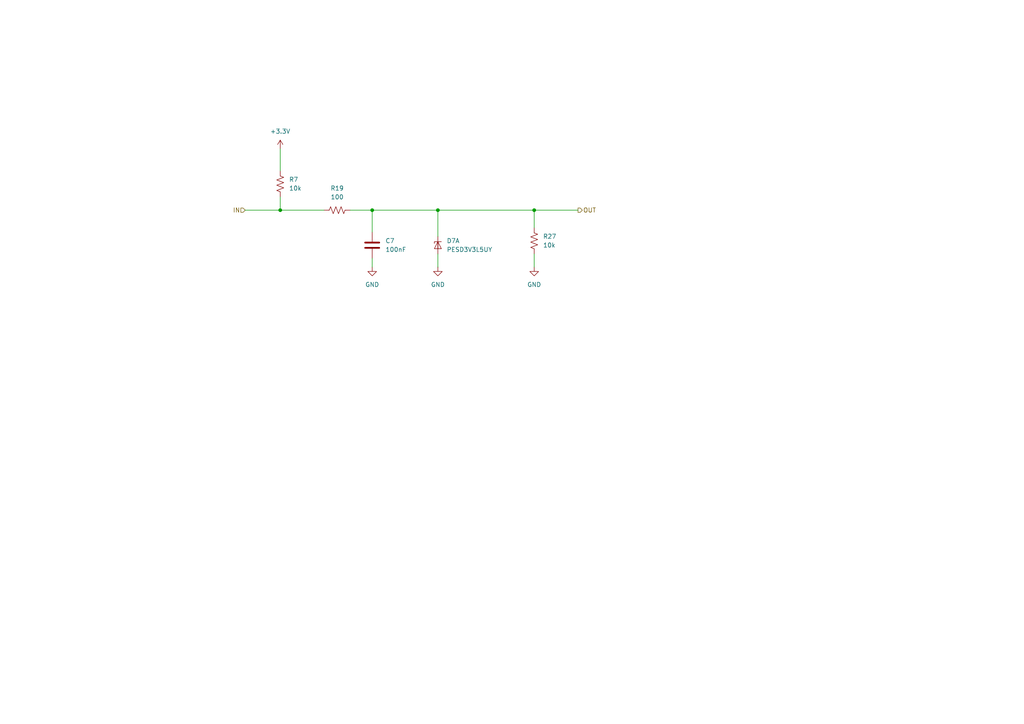
<source format=kicad_sch>
(kicad_sch
	(version 20250114)
	(generator "eeschema")
	(generator_version "9.0")
	(uuid "575a5447-ff23-49f4-b0f6-fbd8d4022cc2")
	(paper "A4")
	(lib_symbols
		(symbol "Device:C"
			(pin_numbers
				(hide yes)
			)
			(pin_names
				(offset 0.254)
			)
			(exclude_from_sim no)
			(in_bom yes)
			(on_board yes)
			(property "Reference" "C"
				(at 0.635 2.54 0)
				(effects
					(font
						(size 1.27 1.27)
					)
					(justify left)
				)
			)
			(property "Value" "C"
				(at 0.635 -2.54 0)
				(effects
					(font
						(size 1.27 1.27)
					)
					(justify left)
				)
			)
			(property "Footprint" ""
				(at 0.9652 -3.81 0)
				(effects
					(font
						(size 1.27 1.27)
					)
					(hide yes)
				)
			)
			(property "Datasheet" "~"
				(at 0 0 0)
				(effects
					(font
						(size 1.27 1.27)
					)
					(hide yes)
				)
			)
			(property "Description" "Unpolarized capacitor"
				(at 0 0 0)
				(effects
					(font
						(size 1.27 1.27)
					)
					(hide yes)
				)
			)
			(property "ki_keywords" "cap capacitor"
				(at 0 0 0)
				(effects
					(font
						(size 1.27 1.27)
					)
					(hide yes)
				)
			)
			(property "ki_fp_filters" "C_*"
				(at 0 0 0)
				(effects
					(font
						(size 1.27 1.27)
					)
					(hide yes)
				)
			)
			(symbol "C_0_1"
				(polyline
					(pts
						(xy -2.032 0.762) (xy 2.032 0.762)
					)
					(stroke
						(width 0.508)
						(type default)
					)
					(fill
						(type none)
					)
				)
				(polyline
					(pts
						(xy -2.032 -0.762) (xy 2.032 -0.762)
					)
					(stroke
						(width 0.508)
						(type default)
					)
					(fill
						(type none)
					)
				)
			)
			(symbol "C_1_1"
				(pin passive line
					(at 0 3.81 270)
					(length 2.794)
					(name "~"
						(effects
							(font
								(size 1.27 1.27)
							)
						)
					)
					(number "1"
						(effects
							(font
								(size 1.27 1.27)
							)
						)
					)
				)
				(pin passive line
					(at 0 -3.81 90)
					(length 2.794)
					(name "~"
						(effects
							(font
								(size 1.27 1.27)
							)
						)
					)
					(number "2"
						(effects
							(font
								(size 1.27 1.27)
							)
						)
					)
				)
			)
			(embedded_fonts no)
		)
		(symbol "Device:R_US"
			(pin_numbers
				(hide yes)
			)
			(pin_names
				(offset 0)
			)
			(exclude_from_sim no)
			(in_bom yes)
			(on_board yes)
			(property "Reference" "R"
				(at 2.54 0 90)
				(effects
					(font
						(size 1.27 1.27)
					)
				)
			)
			(property "Value" "R_US"
				(at -2.54 0 90)
				(effects
					(font
						(size 1.27 1.27)
					)
				)
			)
			(property "Footprint" ""
				(at 1.016 -0.254 90)
				(effects
					(font
						(size 1.27 1.27)
					)
					(hide yes)
				)
			)
			(property "Datasheet" "~"
				(at 0 0 0)
				(effects
					(font
						(size 1.27 1.27)
					)
					(hide yes)
				)
			)
			(property "Description" "Resistor, US symbol"
				(at 0 0 0)
				(effects
					(font
						(size 1.27 1.27)
					)
					(hide yes)
				)
			)
			(property "ki_keywords" "R res resistor"
				(at 0 0 0)
				(effects
					(font
						(size 1.27 1.27)
					)
					(hide yes)
				)
			)
			(property "ki_fp_filters" "R_*"
				(at 0 0 0)
				(effects
					(font
						(size 1.27 1.27)
					)
					(hide yes)
				)
			)
			(symbol "R_US_0_1"
				(polyline
					(pts
						(xy 0 2.286) (xy 0 2.54)
					)
					(stroke
						(width 0)
						(type default)
					)
					(fill
						(type none)
					)
				)
				(polyline
					(pts
						(xy 0 2.286) (xy 1.016 1.905) (xy 0 1.524) (xy -1.016 1.143) (xy 0 0.762)
					)
					(stroke
						(width 0)
						(type default)
					)
					(fill
						(type none)
					)
				)
				(polyline
					(pts
						(xy 0 0.762) (xy 1.016 0.381) (xy 0 0) (xy -1.016 -0.381) (xy 0 -0.762)
					)
					(stroke
						(width 0)
						(type default)
					)
					(fill
						(type none)
					)
				)
				(polyline
					(pts
						(xy 0 -0.762) (xy 1.016 -1.143) (xy 0 -1.524) (xy -1.016 -1.905) (xy 0 -2.286)
					)
					(stroke
						(width 0)
						(type default)
					)
					(fill
						(type none)
					)
				)
				(polyline
					(pts
						(xy 0 -2.286) (xy 0 -2.54)
					)
					(stroke
						(width 0)
						(type default)
					)
					(fill
						(type none)
					)
				)
			)
			(symbol "R_US_1_1"
				(pin passive line
					(at 0 3.81 270)
					(length 1.27)
					(name "~"
						(effects
							(font
								(size 1.27 1.27)
							)
						)
					)
					(number "1"
						(effects
							(font
								(size 1.27 1.27)
							)
						)
					)
				)
				(pin passive line
					(at 0 -3.81 90)
					(length 1.27)
					(name "~"
						(effects
							(font
								(size 1.27 1.27)
							)
						)
					)
					(number "2"
						(effects
							(font
								(size 1.27 1.27)
							)
						)
					)
				)
			)
			(embedded_fonts no)
		)
		(symbol "Power_Protection:PESD3V3L5UY"
			(pin_numbers
				(hide yes)
			)
			(pin_names
				(hide yes)
			)
			(exclude_from_sim no)
			(in_bom yes)
			(on_board yes)
			(property "Reference" "D"
				(at 0 2.54 0)
				(effects
					(font
						(size 1.27 1.27)
					)
				)
			)
			(property "Value" "PESD3V3L5UY"
				(at 0 -2.54 0)
				(effects
					(font
						(size 1.27 1.27)
					)
				)
			)
			(property "Footprint" "Package_TO_SOT_SMD:SOT-363_SC-70-6"
				(at 0 5.08 0)
				(effects
					(font
						(size 1.27 1.27)
					)
					(hide yes)
				)
			)
			(property "Datasheet" "https://assets.nexperia.com/documents/data-sheet/PESDXL5UF_V_Y.pdf"
				(at 0 -5.08 0)
				(effects
					(font
						(size 1.27 1.27)
					)
					(hide yes)
				)
			)
			(property "Description" "Low capacitance unidirectional fivefold ESD protection diode array, 3.3V, Common Anode, SOT-363"
				(at 0 0 0)
				(effects
					(font
						(size 1.27 1.27)
					)
					(hide yes)
				)
			)
			(property "ki_locked" ""
				(at 0 0 0)
				(effects
					(font
						(size 1.27 1.27)
					)
				)
			)
			(property "ki_keywords" "diode"
				(at 0 0 0)
				(effects
					(font
						(size 1.27 1.27)
					)
					(hide yes)
				)
			)
			(property "ki_fp_filters" "SOT?363*"
				(at 0 0 0)
				(effects
					(font
						(size 1.27 1.27)
					)
					(hide yes)
				)
			)
			(symbol "PESD3V3L5UY_0_1"
				(polyline
					(pts
						(xy -1.016 1.016) (xy -1.016 -1.016) (xy -0.508 -1.016)
					)
					(stroke
						(width 0)
						(type default)
					)
					(fill
						(type none)
					)
				)
				(polyline
					(pts
						(xy -1.016 0) (xy 1.016 0)
					)
					(stroke
						(width 0)
						(type default)
					)
					(fill
						(type none)
					)
				)
				(polyline
					(pts
						(xy 1.016 1.016) (xy -1.016 0) (xy 1.016 -1.016) (xy 1.016 1.016)
					)
					(stroke
						(width 0)
						(type default)
					)
					(fill
						(type none)
					)
				)
			)
			(symbol "PESD3V3L5UY_1_1"
				(pin passive line
					(at -2.54 0 0)
					(length 2.54)
					(name "K1"
						(effects
							(font
								(size 1.27 1.27)
							)
						)
					)
					(number "1"
						(effects
							(font
								(size 1.27 1.27)
							)
						)
					)
				)
				(pin passive line
					(at 2.54 0 180)
					(length 2.54)
					(name "A"
						(effects
							(font
								(size 1.27 1.27)
							)
						)
					)
					(number "2"
						(effects
							(font
								(size 1.27 1.27)
							)
						)
					)
				)
			)
			(symbol "PESD3V3L5UY_2_1"
				(pin passive line
					(at -2.54 0 0)
					(length 2.54)
					(name "K2"
						(effects
							(font
								(size 1.27 1.27)
							)
						)
					)
					(number "3"
						(effects
							(font
								(size 1.27 1.27)
							)
						)
					)
				)
			)
			(symbol "PESD3V3L5UY_3_1"
				(pin passive line
					(at -2.54 0 0)
					(length 2.54)
					(name "K3"
						(effects
							(font
								(size 1.27 1.27)
							)
						)
					)
					(number "4"
						(effects
							(font
								(size 1.27 1.27)
							)
						)
					)
				)
			)
			(symbol "PESD3V3L5UY_4_1"
				(pin passive line
					(at -2.54 0 0)
					(length 2.54)
					(name "K4"
						(effects
							(font
								(size 1.27 1.27)
							)
						)
					)
					(number "5"
						(effects
							(font
								(size 1.27 1.27)
							)
						)
					)
				)
			)
			(symbol "PESD3V3L5UY_5_1"
				(pin passive line
					(at -2.54 0 0)
					(length 2.54)
					(name "K5"
						(effects
							(font
								(size 1.27 1.27)
							)
						)
					)
					(number "6"
						(effects
							(font
								(size 1.27 1.27)
							)
						)
					)
				)
			)
			(embedded_fonts no)
		)
		(symbol "power:+3.3V"
			(power)
			(pin_numbers
				(hide yes)
			)
			(pin_names
				(offset 0)
				(hide yes)
			)
			(exclude_from_sim no)
			(in_bom yes)
			(on_board yes)
			(property "Reference" "#PWR"
				(at 0 -3.81 0)
				(effects
					(font
						(size 1.27 1.27)
					)
					(hide yes)
				)
			)
			(property "Value" "+3.3V"
				(at 0 3.556 0)
				(effects
					(font
						(size 1.27 1.27)
					)
				)
			)
			(property "Footprint" ""
				(at 0 0 0)
				(effects
					(font
						(size 1.27 1.27)
					)
					(hide yes)
				)
			)
			(property "Datasheet" ""
				(at 0 0 0)
				(effects
					(font
						(size 1.27 1.27)
					)
					(hide yes)
				)
			)
			(property "Description" "Power symbol creates a global label with name \"+3.3V\""
				(at 0 0 0)
				(effects
					(font
						(size 1.27 1.27)
					)
					(hide yes)
				)
			)
			(property "ki_keywords" "global power"
				(at 0 0 0)
				(effects
					(font
						(size 1.27 1.27)
					)
					(hide yes)
				)
			)
			(symbol "+3.3V_0_1"
				(polyline
					(pts
						(xy -0.762 1.27) (xy 0 2.54)
					)
					(stroke
						(width 0)
						(type default)
					)
					(fill
						(type none)
					)
				)
				(polyline
					(pts
						(xy 0 2.54) (xy 0.762 1.27)
					)
					(stroke
						(width 0)
						(type default)
					)
					(fill
						(type none)
					)
				)
				(polyline
					(pts
						(xy 0 0) (xy 0 2.54)
					)
					(stroke
						(width 0)
						(type default)
					)
					(fill
						(type none)
					)
				)
			)
			(symbol "+3.3V_1_1"
				(pin power_in line
					(at 0 0 90)
					(length 0)
					(name "~"
						(effects
							(font
								(size 1.27 1.27)
							)
						)
					)
					(number "1"
						(effects
							(font
								(size 1.27 1.27)
							)
						)
					)
				)
			)
			(embedded_fonts no)
		)
		(symbol "power:GND"
			(power)
			(pin_numbers
				(hide yes)
			)
			(pin_names
				(offset 0)
				(hide yes)
			)
			(exclude_from_sim no)
			(in_bom yes)
			(on_board yes)
			(property "Reference" "#PWR"
				(at 0 -6.35 0)
				(effects
					(font
						(size 1.27 1.27)
					)
					(hide yes)
				)
			)
			(property "Value" "GND"
				(at 0 -3.81 0)
				(effects
					(font
						(size 1.27 1.27)
					)
				)
			)
			(property "Footprint" ""
				(at 0 0 0)
				(effects
					(font
						(size 1.27 1.27)
					)
					(hide yes)
				)
			)
			(property "Datasheet" ""
				(at 0 0 0)
				(effects
					(font
						(size 1.27 1.27)
					)
					(hide yes)
				)
			)
			(property "Description" "Power symbol creates a global label with name \"GND\" , ground"
				(at 0 0 0)
				(effects
					(font
						(size 1.27 1.27)
					)
					(hide yes)
				)
			)
			(property "ki_keywords" "global power"
				(at 0 0 0)
				(effects
					(font
						(size 1.27 1.27)
					)
					(hide yes)
				)
			)
			(symbol "GND_0_1"
				(polyline
					(pts
						(xy 0 0) (xy 0 -1.27) (xy 1.27 -1.27) (xy 0 -2.54) (xy -1.27 -1.27) (xy 0 -1.27)
					)
					(stroke
						(width 0)
						(type default)
					)
					(fill
						(type none)
					)
				)
			)
			(symbol "GND_1_1"
				(pin power_in line
					(at 0 0 270)
					(length 0)
					(name "~"
						(effects
							(font
								(size 1.27 1.27)
							)
						)
					)
					(number "1"
						(effects
							(font
								(size 1.27 1.27)
							)
						)
					)
				)
			)
			(embedded_fonts no)
		)
	)
	(junction
		(at 107.95 60.96)
		(diameter 0)
		(color 0 0 0 0)
		(uuid "0c9a1f73-7c16-4953-95e7-d655fb7de7d8")
	)
	(junction
		(at 127 60.96)
		(diameter 0)
		(color 0 0 0 0)
		(uuid "1567af63-6487-4ef1-90a6-7639b6434f34")
	)
	(junction
		(at 81.28 60.96)
		(diameter 0)
		(color 0 0 0 0)
		(uuid "49e1c570-a764-4576-acd1-3a04de541a23")
	)
	(junction
		(at 154.94 60.96)
		(diameter 0)
		(color 0 0 0 0)
		(uuid "e84b275d-c726-472a-b92b-6e05925b6d36")
	)
	(wire
		(pts
			(xy 107.95 74.93) (xy 107.95 77.47)
		)
		(stroke
			(width 0)
			(type default)
		)
		(uuid "12bde47c-f999-4255-b26e-65b2c7552efe")
	)
	(wire
		(pts
			(xy 101.6 60.96) (xy 107.95 60.96)
		)
		(stroke
			(width 0)
			(type default)
		)
		(uuid "2f188ed0-648a-4320-8348-b66a9ee030fe")
	)
	(wire
		(pts
			(xy 107.95 60.96) (xy 127 60.96)
		)
		(stroke
			(width 0)
			(type default)
		)
		(uuid "3632f72d-ffdc-4384-9a57-83dc4cc184a4")
	)
	(wire
		(pts
			(xy 81.28 57.15) (xy 81.28 60.96)
		)
		(stroke
			(width 0)
			(type default)
		)
		(uuid "3785c1bd-6246-4f15-ae72-808b98916aef")
	)
	(wire
		(pts
			(xy 81.28 60.96) (xy 93.98 60.96)
		)
		(stroke
			(width 0)
			(type default)
		)
		(uuid "3de58cb0-e45b-4517-a0e9-5393d07a770c")
	)
	(wire
		(pts
			(xy 127 73.66) (xy 127 77.47)
		)
		(stroke
			(width 0)
			(type default)
		)
		(uuid "aa7bfe30-c427-4f04-8ce6-2e1912cc08c4")
	)
	(wire
		(pts
			(xy 154.94 60.96) (xy 154.94 66.04)
		)
		(stroke
			(width 0)
			(type default)
		)
		(uuid "aacbbfa3-21d4-4d49-aab1-7d96bb5b8a66")
	)
	(wire
		(pts
			(xy 127 60.96) (xy 154.94 60.96)
		)
		(stroke
			(width 0)
			(type default)
		)
		(uuid "c8687e28-68d0-43ea-83e8-3ed3587c4e0a")
	)
	(wire
		(pts
			(xy 127 60.96) (xy 127 68.58)
		)
		(stroke
			(width 0)
			(type default)
		)
		(uuid "d281993c-78c7-4fc2-88f8-a3143bac162b")
	)
	(wire
		(pts
			(xy 71.12 60.96) (xy 81.28 60.96)
		)
		(stroke
			(width 0)
			(type default)
		)
		(uuid "d6e01097-6f07-4675-b498-533b0837ce1b")
	)
	(wire
		(pts
			(xy 154.94 73.66) (xy 154.94 77.47)
		)
		(stroke
			(width 0)
			(type default)
		)
		(uuid "e409736e-6ab0-4196-9d9c-cbf306a17cd2")
	)
	(wire
		(pts
			(xy 81.28 43.18) (xy 81.28 49.53)
		)
		(stroke
			(width 0)
			(type default)
		)
		(uuid "eb80c36b-eb12-4f2b-a521-8b8b13a88e8b")
	)
	(wire
		(pts
			(xy 107.95 60.96) (xy 107.95 67.31)
		)
		(stroke
			(width 0)
			(type default)
		)
		(uuid "edaa521c-9ca3-4077-be47-234e58c083ed")
	)
	(wire
		(pts
			(xy 154.94 60.96) (xy 167.64 60.96)
		)
		(stroke
			(width 0)
			(type default)
		)
		(uuid "f3db0a04-e2c6-4d7b-a5c2-87b2cf0da741")
	)
	(hierarchical_label "OUT"
		(shape output)
		(at 167.64 60.96 0)
		(effects
			(font
				(size 1.27 1.27)
			)
			(justify left)
		)
		(uuid "2a2facc7-6290-4e6e-a438-51e2c827c2b1")
	)
	(hierarchical_label "IN"
		(shape input)
		(at 71.12 60.96 180)
		(effects
			(font
				(size 1.27 1.27)
			)
			(justify right)
		)
		(uuid "933e8c1b-67c8-4d97-851a-9fa6f8e12ccc")
	)
	(symbol
		(lib_id "power:GND")
		(at 107.95 77.47 0)
		(unit 1)
		(exclude_from_sim no)
		(in_bom yes)
		(on_board yes)
		(dnp no)
		(fields_autoplaced yes)
		(uuid "001e2a05-b598-4843-8d79-e5ad377fce98")
		(property "Reference" "#PWR019"
			(at 107.95 83.82 0)
			(effects
				(font
					(size 1.27 1.27)
				)
				(hide yes)
			)
		)
		(property "Value" "GND"
			(at 107.95 82.55 0)
			(effects
				(font
					(size 1.27 1.27)
				)
			)
		)
		(property "Footprint" ""
			(at 107.95 77.47 0)
			(effects
				(font
					(size 1.27 1.27)
				)
				(hide yes)
			)
		)
		(property "Datasheet" ""
			(at 107.95 77.47 0)
			(effects
				(font
					(size 1.27 1.27)
				)
				(hide yes)
			)
		)
		(property "Description" "Power symbol creates a global label with name \"GND\" , ground"
			(at 107.95 77.47 0)
			(effects
				(font
					(size 1.27 1.27)
				)
				(hide yes)
			)
		)
		(pin "1"
			(uuid "5af196c9-4e63-4c11-bb1c-8c5757d088a4")
		)
		(instances
			(project ""
				(path "/3dc9151e-2269-486b-a333-294da30e5c12/89682661-a5af-4e01-91f4-ddf79f61a74f/10f09ed7-693a-422a-b824-506b4c33d1e0"
					(reference "#PWR025")
					(unit 1)
				)
				(path "/3dc9151e-2269-486b-a333-294da30e5c12/89682661-a5af-4e01-91f4-ddf79f61a74f/280196e7-bfd2-46e2-9d5b-e8ef8fc11310"
					(reference "#PWR022")
					(unit 1)
				)
				(path "/3dc9151e-2269-486b-a333-294da30e5c12/89682661-a5af-4e01-91f4-ddf79f61a74f/68f2909c-a073-4cd8-9035-4f8f97470463"
					(reference "#PWR019")
					(unit 1)
				)
				(path "/3dc9151e-2269-486b-a333-294da30e5c12/89682661-a5af-4e01-91f4-ddf79f61a74f/7bb098ed-5d2e-4361-9d1c-db115631761f"
					(reference "#PWR023")
					(unit 1)
				)
				(path "/3dc9151e-2269-486b-a333-294da30e5c12/89682661-a5af-4e01-91f4-ddf79f61a74f/982a2068-76fe-4876-8e52-502bb200b2e6"
					(reference "#PWR020")
					(unit 1)
				)
				(path "/3dc9151e-2269-486b-a333-294da30e5c12/89682661-a5af-4e01-91f4-ddf79f61a74f/a7a9956c-f0a9-4651-94f3-fdad442f5e6f"
					(reference "#PWR021")
					(unit 1)
				)
				(path "/3dc9151e-2269-486b-a333-294da30e5c12/89682661-a5af-4e01-91f4-ddf79f61a74f/e70f0072-eaa2-4acf-a491-094f5ef4b0fa"
					(reference "#PWR024")
					(unit 1)
				)
			)
		)
	)
	(symbol
		(lib_id "power:GND")
		(at 154.94 77.47 0)
		(unit 1)
		(exclude_from_sim no)
		(in_bom yes)
		(on_board yes)
		(dnp no)
		(fields_autoplaced yes)
		(uuid "1ed90551-ec0a-4cdf-b85e-f9bc781e02e0")
		(property "Reference" "#PWR035"
			(at 154.94 83.82 0)
			(effects
				(font
					(size 1.27 1.27)
				)
				(hide yes)
			)
		)
		(property "Value" "GND"
			(at 154.94 82.55 0)
			(effects
				(font
					(size 1.27 1.27)
				)
			)
		)
		(property "Footprint" ""
			(at 154.94 77.47 0)
			(effects
				(font
					(size 1.27 1.27)
				)
				(hide yes)
			)
		)
		(property "Datasheet" ""
			(at 154.94 77.47 0)
			(effects
				(font
					(size 1.27 1.27)
				)
				(hide yes)
			)
		)
		(property "Description" "Power symbol creates a global label with name \"GND\" , ground"
			(at 154.94 77.47 0)
			(effects
				(font
					(size 1.27 1.27)
				)
				(hide yes)
			)
		)
		(pin "1"
			(uuid "f9399aa1-4c9a-47c6-82d5-53cd31dcd545")
		)
		(instances
			(project "micro autodoor"
				(path "/3dc9151e-2269-486b-a333-294da30e5c12/89682661-a5af-4e01-91f4-ddf79f61a74f/10f09ed7-693a-422a-b824-506b4c33d1e0"
					(reference "#PWR041")
					(unit 1)
				)
				(path "/3dc9151e-2269-486b-a333-294da30e5c12/89682661-a5af-4e01-91f4-ddf79f61a74f/280196e7-bfd2-46e2-9d5b-e8ef8fc11310"
					(reference "#PWR038")
					(unit 1)
				)
				(path "/3dc9151e-2269-486b-a333-294da30e5c12/89682661-a5af-4e01-91f4-ddf79f61a74f/68f2909c-a073-4cd8-9035-4f8f97470463"
					(reference "#PWR035")
					(unit 1)
				)
				(path "/3dc9151e-2269-486b-a333-294da30e5c12/89682661-a5af-4e01-91f4-ddf79f61a74f/7bb098ed-5d2e-4361-9d1c-db115631761f"
					(reference "#PWR039")
					(unit 1)
				)
				(path "/3dc9151e-2269-486b-a333-294da30e5c12/89682661-a5af-4e01-91f4-ddf79f61a74f/982a2068-76fe-4876-8e52-502bb200b2e6"
					(reference "#PWR036")
					(unit 1)
				)
				(path "/3dc9151e-2269-486b-a333-294da30e5c12/89682661-a5af-4e01-91f4-ddf79f61a74f/a7a9956c-f0a9-4651-94f3-fdad442f5e6f"
					(reference "#PWR037")
					(unit 1)
				)
				(path "/3dc9151e-2269-486b-a333-294da30e5c12/89682661-a5af-4e01-91f4-ddf79f61a74f/e70f0072-eaa2-4acf-a491-094f5ef4b0fa"
					(reference "#PWR040")
					(unit 1)
				)
			)
		)
	)
	(symbol
		(lib_id "power:GND")
		(at 127 77.47 0)
		(unit 1)
		(exclude_from_sim no)
		(in_bom yes)
		(on_board yes)
		(dnp no)
		(fields_autoplaced yes)
		(uuid "65034b78-0696-48c2-a1f0-d708d19032ff")
		(property "Reference" "#PWR027"
			(at 127 83.82 0)
			(effects
				(font
					(size 1.27 1.27)
				)
				(hide yes)
			)
		)
		(property "Value" "GND"
			(at 127 82.55 0)
			(effects
				(font
					(size 1.27 1.27)
				)
			)
		)
		(property "Footprint" ""
			(at 127 77.47 0)
			(effects
				(font
					(size 1.27 1.27)
				)
				(hide yes)
			)
		)
		(property "Datasheet" ""
			(at 127 77.47 0)
			(effects
				(font
					(size 1.27 1.27)
				)
				(hide yes)
			)
		)
		(property "Description" "Power symbol creates a global label with name \"GND\" , ground"
			(at 127 77.47 0)
			(effects
				(font
					(size 1.27 1.27)
				)
				(hide yes)
			)
		)
		(pin "1"
			(uuid "fb821c6a-9361-42dd-ab7b-9adc95178381")
		)
		(instances
			(project "micro autodoor"
				(path "/3dc9151e-2269-486b-a333-294da30e5c12/89682661-a5af-4e01-91f4-ddf79f61a74f/10f09ed7-693a-422a-b824-506b4c33d1e0"
					(reference "#PWR033")
					(unit 1)
				)
				(path "/3dc9151e-2269-486b-a333-294da30e5c12/89682661-a5af-4e01-91f4-ddf79f61a74f/280196e7-bfd2-46e2-9d5b-e8ef8fc11310"
					(reference "#PWR030")
					(unit 1)
				)
				(path "/3dc9151e-2269-486b-a333-294da30e5c12/89682661-a5af-4e01-91f4-ddf79f61a74f/68f2909c-a073-4cd8-9035-4f8f97470463"
					(reference "#PWR027")
					(unit 1)
				)
				(path "/3dc9151e-2269-486b-a333-294da30e5c12/89682661-a5af-4e01-91f4-ddf79f61a74f/7bb098ed-5d2e-4361-9d1c-db115631761f"
					(reference "#PWR031")
					(unit 1)
				)
				(path "/3dc9151e-2269-486b-a333-294da30e5c12/89682661-a5af-4e01-91f4-ddf79f61a74f/982a2068-76fe-4876-8e52-502bb200b2e6"
					(reference "#PWR028")
					(unit 1)
				)
				(path "/3dc9151e-2269-486b-a333-294da30e5c12/89682661-a5af-4e01-91f4-ddf79f61a74f/a7a9956c-f0a9-4651-94f3-fdad442f5e6f"
					(reference "#PWR029")
					(unit 1)
				)
				(path "/3dc9151e-2269-486b-a333-294da30e5c12/89682661-a5af-4e01-91f4-ddf79f61a74f/e70f0072-eaa2-4acf-a491-094f5ef4b0fa"
					(reference "#PWR032")
					(unit 1)
				)
			)
		)
	)
	(symbol
		(lib_id "Device:R_US")
		(at 154.94 69.85 0)
		(unit 1)
		(exclude_from_sim no)
		(in_bom yes)
		(on_board yes)
		(dnp no)
		(fields_autoplaced yes)
		(uuid "7dbe4a78-d51d-4fba-a3eb-3b1831069b6f")
		(property "Reference" "R21"
			(at 157.48 68.5799 0)
			(effects
				(font
					(size 1.27 1.27)
				)
				(justify left)
			)
		)
		(property "Value" "10k"
			(at 157.48 71.1199 0)
			(effects
				(font
					(size 1.27 1.27)
				)
				(justify left)
			)
		)
		(property "Footprint" "Resistor_SMD:R_0201_0603Metric"
			(at 155.956 70.104 90)
			(effects
				(font
					(size 1.27 1.27)
				)
				(hide yes)
			)
		)
		(property "Datasheet" "~"
			(at 154.94 69.85 0)
			(effects
				(font
					(size 1.27 1.27)
				)
				(hide yes)
			)
		)
		(property "Description" "Resistor, US symbol"
			(at 154.94 69.85 0)
			(effects
				(font
					(size 1.27 1.27)
				)
				(hide yes)
			)
		)
		(pin "1"
			(uuid "e5f3ad4e-90c9-4c70-8eb0-49675d17fb7a")
		)
		(pin "2"
			(uuid "aaf775e9-9f03-4f32-adf6-088c17eda8ab")
		)
		(instances
			(project "micro autodoor"
				(path "/3dc9151e-2269-486b-a333-294da30e5c12/89682661-a5af-4e01-91f4-ddf79f61a74f/10f09ed7-693a-422a-b824-506b4c33d1e0"
					(reference "R27")
					(unit 1)
				)
				(path "/3dc9151e-2269-486b-a333-294da30e5c12/89682661-a5af-4e01-91f4-ddf79f61a74f/280196e7-bfd2-46e2-9d5b-e8ef8fc11310"
					(reference "R24")
					(unit 1)
				)
				(path "/3dc9151e-2269-486b-a333-294da30e5c12/89682661-a5af-4e01-91f4-ddf79f61a74f/68f2909c-a073-4cd8-9035-4f8f97470463"
					(reference "R21")
					(unit 1)
				)
				(path "/3dc9151e-2269-486b-a333-294da30e5c12/89682661-a5af-4e01-91f4-ddf79f61a74f/7bb098ed-5d2e-4361-9d1c-db115631761f"
					(reference "R25")
					(unit 1)
				)
				(path "/3dc9151e-2269-486b-a333-294da30e5c12/89682661-a5af-4e01-91f4-ddf79f61a74f/982a2068-76fe-4876-8e52-502bb200b2e6"
					(reference "R22")
					(unit 1)
				)
				(path "/3dc9151e-2269-486b-a333-294da30e5c12/89682661-a5af-4e01-91f4-ddf79f61a74f/a7a9956c-f0a9-4651-94f3-fdad442f5e6f"
					(reference "R23")
					(unit 1)
				)
				(path "/3dc9151e-2269-486b-a333-294da30e5c12/89682661-a5af-4e01-91f4-ddf79f61a74f/e70f0072-eaa2-4acf-a491-094f5ef4b0fa"
					(reference "R26")
					(unit 1)
				)
			)
		)
	)
	(symbol
		(lib_id "Power_Protection:PESD3V3L5UY")
		(at 127 71.12 270)
		(unit 1)
		(exclude_from_sim no)
		(in_bom yes)
		(on_board yes)
		(dnp no)
		(fields_autoplaced yes)
		(uuid "8774df3a-20cc-484a-8c8c-02b8f26c47df")
		(property "Reference" "D1"
			(at 129.54 69.8499 90)
			(effects
				(font
					(size 1.27 1.27)
				)
				(justify left)
			)
		)
		(property "Value" "PESD3V3L5UY"
			(at 129.54 72.3899 90)
			(effects
				(font
					(size 1.27 1.27)
				)
				(justify left)
			)
		)
		(property "Footprint" "Package_TO_SOT_SMD:SOT-363_SC-70-6"
			(at 132.08 71.12 0)
			(effects
				(font
					(size 1.27 1.27)
				)
				(hide yes)
			)
		)
		(property "Datasheet" "https://assets.nexperia.com/documents/data-sheet/PESDXL5UF_V_Y.pdf"
			(at 121.92 71.12 0)
			(effects
				(font
					(size 1.27 1.27)
				)
				(hide yes)
			)
		)
		(property "Description" "Low capacitance unidirectional fivefold ESD protection diode array, 3.3V, Common Anode, SOT-363"
			(at 127 71.12 0)
			(effects
				(font
					(size 1.27 1.27)
				)
				(hide yes)
			)
		)
		(pin "5"
			(uuid "6d8aa2b9-d8b9-42ea-8a56-8805b0ac0aee")
		)
		(pin "4"
			(uuid "349c8e8f-10bd-4ef6-9957-9c8c39ace61b")
		)
		(pin "6"
			(uuid "3cbec153-08ee-4dbf-8979-8da440057869")
		)
		(pin "3"
			(uuid "2c695e55-24db-4ae0-9e58-eddc56b157b8")
		)
		(pin "1"
			(uuid "1befff15-f3be-48fd-a6cf-f06686fccf67")
		)
		(pin "2"
			(uuid "f00c2c97-d50c-4039-a2d6-4e60bfd4f3cb")
		)
		(instances
			(project ""
				(path "/3dc9151e-2269-486b-a333-294da30e5c12/89682661-a5af-4e01-91f4-ddf79f61a74f/10f09ed7-693a-422a-b824-506b4c33d1e0"
					(reference "D7")
					(unit 1)
				)
				(path "/3dc9151e-2269-486b-a333-294da30e5c12/89682661-a5af-4e01-91f4-ddf79f61a74f/280196e7-bfd2-46e2-9d5b-e8ef8fc11310"
					(reference "D4")
					(unit 1)
				)
				(path "/3dc9151e-2269-486b-a333-294da30e5c12/89682661-a5af-4e01-91f4-ddf79f61a74f/68f2909c-a073-4cd8-9035-4f8f97470463"
					(reference "D1")
					(unit 1)
				)
				(path "/3dc9151e-2269-486b-a333-294da30e5c12/89682661-a5af-4e01-91f4-ddf79f61a74f/7bb098ed-5d2e-4361-9d1c-db115631761f"
					(reference "D5")
					(unit 1)
				)
				(path "/3dc9151e-2269-486b-a333-294da30e5c12/89682661-a5af-4e01-91f4-ddf79f61a74f/982a2068-76fe-4876-8e52-502bb200b2e6"
					(reference "D2")
					(unit 1)
				)
				(path "/3dc9151e-2269-486b-a333-294da30e5c12/89682661-a5af-4e01-91f4-ddf79f61a74f/a7a9956c-f0a9-4651-94f3-fdad442f5e6f"
					(reference "D3")
					(unit 1)
				)
				(path "/3dc9151e-2269-486b-a333-294da30e5c12/89682661-a5af-4e01-91f4-ddf79f61a74f/e70f0072-eaa2-4acf-a491-094f5ef4b0fa"
					(reference "D6")
					(unit 1)
				)
			)
		)
	)
	(symbol
		(lib_id "power:+3.3V")
		(at 81.28 43.18 0)
		(unit 1)
		(exclude_from_sim no)
		(in_bom yes)
		(on_board yes)
		(dnp no)
		(fields_autoplaced yes)
		(uuid "bd7600bc-569c-4c14-a81f-986a4b027425")
		(property "Reference" "#PWR011"
			(at 81.28 46.99 0)
			(effects
				(font
					(size 1.27 1.27)
				)
				(hide yes)
			)
		)
		(property "Value" "+3.3V"
			(at 81.28 38.1 0)
			(effects
				(font
					(size 1.27 1.27)
				)
			)
		)
		(property "Footprint" ""
			(at 81.28 43.18 0)
			(effects
				(font
					(size 1.27 1.27)
				)
				(hide yes)
			)
		)
		(property "Datasheet" ""
			(at 81.28 43.18 0)
			(effects
				(font
					(size 1.27 1.27)
				)
				(hide yes)
			)
		)
		(property "Description" "Power symbol creates a global label with name \"+3.3V\""
			(at 81.28 43.18 0)
			(effects
				(font
					(size 1.27 1.27)
				)
				(hide yes)
			)
		)
		(pin "1"
			(uuid "0878c818-9fce-4ce4-9c88-b2b945d8d5e9")
		)
		(instances
			(project ""
				(path "/3dc9151e-2269-486b-a333-294da30e5c12/89682661-a5af-4e01-91f4-ddf79f61a74f/10f09ed7-693a-422a-b824-506b4c33d1e0"
					(reference "#PWR017")
					(unit 1)
				)
				(path "/3dc9151e-2269-486b-a333-294da30e5c12/89682661-a5af-4e01-91f4-ddf79f61a74f/280196e7-bfd2-46e2-9d5b-e8ef8fc11310"
					(reference "#PWR014")
					(unit 1)
				)
				(path "/3dc9151e-2269-486b-a333-294da30e5c12/89682661-a5af-4e01-91f4-ddf79f61a74f/68f2909c-a073-4cd8-9035-4f8f97470463"
					(reference "#PWR011")
					(unit 1)
				)
				(path "/3dc9151e-2269-486b-a333-294da30e5c12/89682661-a5af-4e01-91f4-ddf79f61a74f/7bb098ed-5d2e-4361-9d1c-db115631761f"
					(reference "#PWR015")
					(unit 1)
				)
				(path "/3dc9151e-2269-486b-a333-294da30e5c12/89682661-a5af-4e01-91f4-ddf79f61a74f/982a2068-76fe-4876-8e52-502bb200b2e6"
					(reference "#PWR012")
					(unit 1)
				)
				(path "/3dc9151e-2269-486b-a333-294da30e5c12/89682661-a5af-4e01-91f4-ddf79f61a74f/a7a9956c-f0a9-4651-94f3-fdad442f5e6f"
					(reference "#PWR013")
					(unit 1)
				)
				(path "/3dc9151e-2269-486b-a333-294da30e5c12/89682661-a5af-4e01-91f4-ddf79f61a74f/e70f0072-eaa2-4acf-a491-094f5ef4b0fa"
					(reference "#PWR016")
					(unit 1)
				)
			)
		)
	)
	(symbol
		(lib_id "Device:C")
		(at 107.95 71.12 0)
		(unit 1)
		(exclude_from_sim no)
		(in_bom yes)
		(on_board yes)
		(dnp no)
		(fields_autoplaced yes)
		(uuid "d10b0d9a-3de7-417b-b0e2-dac6646472d8")
		(property "Reference" "C1"
			(at 111.76 69.8499 0)
			(effects
				(font
					(size 1.27 1.27)
				)
				(justify left)
			)
		)
		(property "Value" "100nF"
			(at 111.76 72.3899 0)
			(effects
				(font
					(size 1.27 1.27)
				)
				(justify left)
			)
		)
		(property "Footprint" "Capacitor_SMD:C_0603_1608Metric"
			(at 108.9152 74.93 0)
			(effects
				(font
					(size 1.27 1.27)
				)
				(hide yes)
			)
		)
		(property "Datasheet" "~"
			(at 107.95 71.12 0)
			(effects
				(font
					(size 1.27 1.27)
				)
				(hide yes)
			)
		)
		(property "Description" "Unpolarized capacitor"
			(at 107.95 71.12 0)
			(effects
				(font
					(size 1.27 1.27)
				)
				(hide yes)
			)
		)
		(pin "2"
			(uuid "136bc26e-bb4b-43e3-abe3-fe1af48b699c")
		)
		(pin "1"
			(uuid "f24f58ab-98ee-4af2-a020-e4aed09583a9")
		)
		(instances
			(project ""
				(path "/3dc9151e-2269-486b-a333-294da30e5c12/89682661-a5af-4e01-91f4-ddf79f61a74f/10f09ed7-693a-422a-b824-506b4c33d1e0"
					(reference "C7")
					(unit 1)
				)
				(path "/3dc9151e-2269-486b-a333-294da30e5c12/89682661-a5af-4e01-91f4-ddf79f61a74f/280196e7-bfd2-46e2-9d5b-e8ef8fc11310"
					(reference "C4")
					(unit 1)
				)
				(path "/3dc9151e-2269-486b-a333-294da30e5c12/89682661-a5af-4e01-91f4-ddf79f61a74f/68f2909c-a073-4cd8-9035-4f8f97470463"
					(reference "C1")
					(unit 1)
				)
				(path "/3dc9151e-2269-486b-a333-294da30e5c12/89682661-a5af-4e01-91f4-ddf79f61a74f/7bb098ed-5d2e-4361-9d1c-db115631761f"
					(reference "C5")
					(unit 1)
				)
				(path "/3dc9151e-2269-486b-a333-294da30e5c12/89682661-a5af-4e01-91f4-ddf79f61a74f/982a2068-76fe-4876-8e52-502bb200b2e6"
					(reference "C2")
					(unit 1)
				)
				(path "/3dc9151e-2269-486b-a333-294da30e5c12/89682661-a5af-4e01-91f4-ddf79f61a74f/a7a9956c-f0a9-4651-94f3-fdad442f5e6f"
					(reference "C3")
					(unit 1)
				)
				(path "/3dc9151e-2269-486b-a333-294da30e5c12/89682661-a5af-4e01-91f4-ddf79f61a74f/e70f0072-eaa2-4acf-a491-094f5ef4b0fa"
					(reference "C6")
					(unit 1)
				)
			)
		)
	)
	(symbol
		(lib_id "Device:R_US")
		(at 97.79 60.96 270)
		(unit 1)
		(exclude_from_sim no)
		(in_bom yes)
		(on_board yes)
		(dnp no)
		(fields_autoplaced yes)
		(uuid "d99688c0-09bf-4dd8-9227-9a54296f7d21")
		(property "Reference" "R13"
			(at 97.79 54.61 90)
			(effects
				(font
					(size 1.27 1.27)
				)
			)
		)
		(property "Value" "100"
			(at 97.79 57.15 90)
			(effects
				(font
					(size 1.27 1.27)
				)
			)
		)
		(property "Footprint" "Resistor_SMD:R_0201_0603Metric"
			(at 97.536 61.976 90)
			(effects
				(font
					(size 1.27 1.27)
				)
				(hide yes)
			)
		)
		(property "Datasheet" "~"
			(at 97.79 60.96 0)
			(effects
				(font
					(size 1.27 1.27)
				)
				(hide yes)
			)
		)
		(property "Description" "Resistor, US symbol"
			(at 97.79 60.96 0)
			(effects
				(font
					(size 1.27 1.27)
				)
				(hide yes)
			)
		)
		(pin "1"
			(uuid "8cbced1d-9ccc-427f-bef0-504ca4a394ec")
		)
		(pin "2"
			(uuid "7cd809b3-024f-49b3-8f46-ce9577e6a8b3")
		)
		(instances
			(project "micro autodoor"
				(path "/3dc9151e-2269-486b-a333-294da30e5c12/89682661-a5af-4e01-91f4-ddf79f61a74f/10f09ed7-693a-422a-b824-506b4c33d1e0"
					(reference "R19")
					(unit 1)
				)
				(path "/3dc9151e-2269-486b-a333-294da30e5c12/89682661-a5af-4e01-91f4-ddf79f61a74f/280196e7-bfd2-46e2-9d5b-e8ef8fc11310"
					(reference "R16")
					(unit 1)
				)
				(path "/3dc9151e-2269-486b-a333-294da30e5c12/89682661-a5af-4e01-91f4-ddf79f61a74f/68f2909c-a073-4cd8-9035-4f8f97470463"
					(reference "R13")
					(unit 1)
				)
				(path "/3dc9151e-2269-486b-a333-294da30e5c12/89682661-a5af-4e01-91f4-ddf79f61a74f/7bb098ed-5d2e-4361-9d1c-db115631761f"
					(reference "R17")
					(unit 1)
				)
				(path "/3dc9151e-2269-486b-a333-294da30e5c12/89682661-a5af-4e01-91f4-ddf79f61a74f/982a2068-76fe-4876-8e52-502bb200b2e6"
					(reference "R14")
					(unit 1)
				)
				(path "/3dc9151e-2269-486b-a333-294da30e5c12/89682661-a5af-4e01-91f4-ddf79f61a74f/a7a9956c-f0a9-4651-94f3-fdad442f5e6f"
					(reference "R15")
					(unit 1)
				)
				(path "/3dc9151e-2269-486b-a333-294da30e5c12/89682661-a5af-4e01-91f4-ddf79f61a74f/e70f0072-eaa2-4acf-a491-094f5ef4b0fa"
					(reference "R18")
					(unit 1)
				)
			)
		)
	)
	(symbol
		(lib_id "Device:R_US")
		(at 81.28 53.34 0)
		(unit 1)
		(exclude_from_sim no)
		(in_bom yes)
		(on_board yes)
		(dnp no)
		(fields_autoplaced yes)
		(uuid "f3466217-ce17-4565-89c0-c3218c878e7f")
		(property "Reference" "R1"
			(at 83.82 52.0699 0)
			(effects
				(font
					(size 1.27 1.27)
				)
				(justify left)
			)
		)
		(property "Value" "10k"
			(at 83.82 54.6099 0)
			(effects
				(font
					(size 1.27 1.27)
				)
				(justify left)
			)
		)
		(property "Footprint" "Resistor_SMD:R_0201_0603Metric"
			(at 82.296 53.594 90)
			(effects
				(font
					(size 1.27 1.27)
				)
				(hide yes)
			)
		)
		(property "Datasheet" "~"
			(at 81.28 53.34 0)
			(effects
				(font
					(size 1.27 1.27)
				)
				(hide yes)
			)
		)
		(property "Description" "Resistor, US symbol"
			(at 81.28 53.34 0)
			(effects
				(font
					(size 1.27 1.27)
				)
				(hide yes)
			)
		)
		(pin "1"
			(uuid "9e8d5e64-0bac-412a-9d22-6eb99f271b73")
		)
		(pin "2"
			(uuid "481d2c78-f0e7-4c26-8426-2e6dd1e3efa0")
		)
		(instances
			(project "micro autodoor"
				(path "/3dc9151e-2269-486b-a333-294da30e5c12/89682661-a5af-4e01-91f4-ddf79f61a74f/10f09ed7-693a-422a-b824-506b4c33d1e0"
					(reference "R7")
					(unit 1)
				)
				(path "/3dc9151e-2269-486b-a333-294da30e5c12/89682661-a5af-4e01-91f4-ddf79f61a74f/280196e7-bfd2-46e2-9d5b-e8ef8fc11310"
					(reference "R4")
					(unit 1)
				)
				(path "/3dc9151e-2269-486b-a333-294da30e5c12/89682661-a5af-4e01-91f4-ddf79f61a74f/68f2909c-a073-4cd8-9035-4f8f97470463"
					(reference "R1")
					(unit 1)
				)
				(path "/3dc9151e-2269-486b-a333-294da30e5c12/89682661-a5af-4e01-91f4-ddf79f61a74f/7bb098ed-5d2e-4361-9d1c-db115631761f"
					(reference "R5")
					(unit 1)
				)
				(path "/3dc9151e-2269-486b-a333-294da30e5c12/89682661-a5af-4e01-91f4-ddf79f61a74f/982a2068-76fe-4876-8e52-502bb200b2e6"
					(reference "R2")
					(unit 1)
				)
				(path "/3dc9151e-2269-486b-a333-294da30e5c12/89682661-a5af-4e01-91f4-ddf79f61a74f/a7a9956c-f0a9-4651-94f3-fdad442f5e6f"
					(reference "R3")
					(unit 1)
				)
				(path "/3dc9151e-2269-486b-a333-294da30e5c12/89682661-a5af-4e01-91f4-ddf79f61a74f/e70f0072-eaa2-4acf-a491-094f5ef4b0fa"
					(reference "R6")
					(unit 1)
				)
			)
		)
	)
)

</source>
